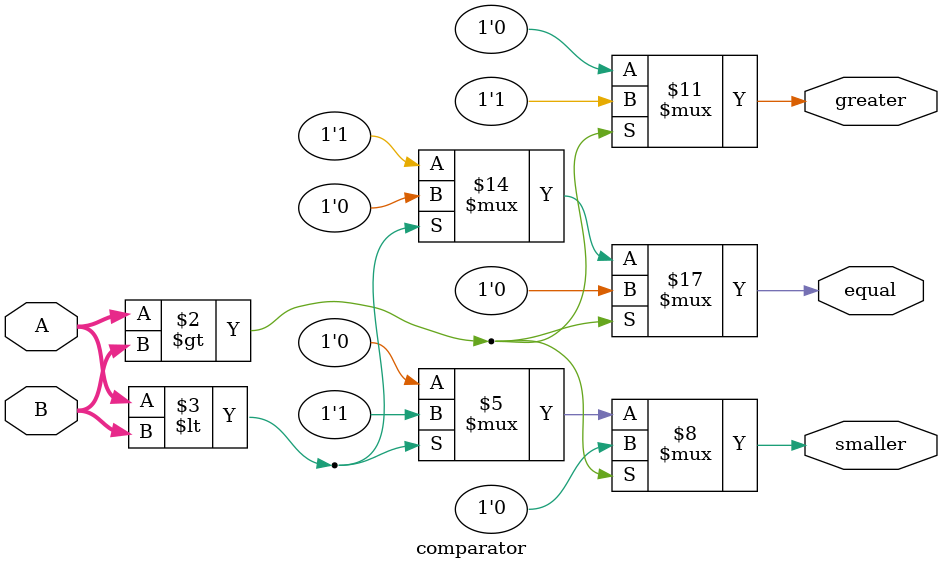
<source format=v>
`timescale 1ns / 1ps

module comparator(A, B, equal, greater, smaller);

parameter datain_width = 8;
input [datain_width - 1:0] A;
input [datain_width - 1:0] B;
output reg equal;
output reg greater;

output reg smaller;

always @ (A or B)
begin	
equal	<= 1'b0;
greater	<= 1'b0;
smaller	<= 1'b0;
if (A > B)
greater <= 1'b1;
else if (A < B)
smaller <= 1'b1;
else
equal <= 1'b1;
end
endmodule


</source>
